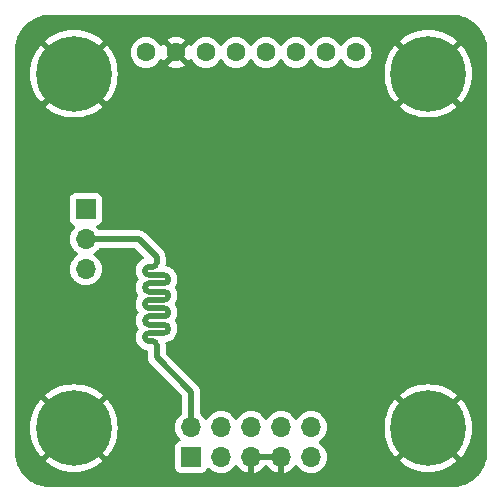
<source format=gbr>
%TF.GenerationSoftware,KiCad,Pcbnew,7.0.7*%
%TF.CreationDate,2024-02-22T12:38:55+00:00*%
%TF.ProjectId,gaugeInterface_rev0,67617567-6549-46e7-9465-72666163655f,rev?*%
%TF.SameCoordinates,Original*%
%TF.FileFunction,Copper,L2,Bot*%
%TF.FilePolarity,Positive*%
%FSLAX46Y46*%
G04 Gerber Fmt 4.6, Leading zero omitted, Abs format (unit mm)*
G04 Created by KiCad (PCBNEW 7.0.7) date 2024-02-22 12:38:55*
%MOMM*%
%LPD*%
G01*
G04 APERTURE LIST*
%TA.AperFunction,ComponentPad*%
%ADD10C,0.800000*%
%TD*%
%TA.AperFunction,ComponentPad*%
%ADD11C,6.400000*%
%TD*%
%TA.AperFunction,ComponentPad*%
%ADD12R,1.700000X1.700000*%
%TD*%
%TA.AperFunction,ComponentPad*%
%ADD13O,1.700000X1.700000*%
%TD*%
%TA.AperFunction,ComponentPad*%
%ADD14C,1.600000*%
%TD*%
%TA.AperFunction,Conductor*%
%ADD15C,0.500000*%
%TD*%
G04 APERTURE END LIST*
D10*
%TO.P,H3,1,1*%
%TO.N,24VDC_GND*%
X32600000Y-35000000D03*
X33302944Y-33302944D03*
X33302944Y-36697056D03*
X35000000Y-32600000D03*
D11*
X35000000Y-35000000D03*
D10*
X35000000Y-37400000D03*
X36697056Y-33302944D03*
X36697056Y-36697056D03*
X37400000Y-35000000D03*
%TD*%
%TO.P,H4,1,1*%
%TO.N,24VDC_GND*%
X2600000Y-35000000D03*
X3302944Y-33302944D03*
X3302944Y-36697056D03*
X5000000Y-32600000D03*
D11*
X5000000Y-35000000D03*
D10*
X5000000Y-37400000D03*
X6697056Y-33302944D03*
X6697056Y-36697056D03*
X7400000Y-35000000D03*
%TD*%
%TO.P,H1,1,1*%
%TO.N,24VDC_GND*%
X2600000Y-5000000D03*
X3302944Y-3302944D03*
X3302944Y-6697056D03*
X5000000Y-2600000D03*
D11*
X5000000Y-5000000D03*
D10*
X5000000Y-7400000D03*
X6697056Y-3302944D03*
X6697056Y-6697056D03*
X7400000Y-5000000D03*
%TD*%
D12*
%TO.P,J2,1,Pin_1*%
%TO.N,gaugeSignal_raw*%
X6000000Y-16475000D03*
D13*
%TO.P,J2,2,Pin_2*%
%TO.N,arduinoSignal*%
X6000000Y-19015000D03*
%TO.P,J2,3,Pin_3*%
%TO.N,gaugeSignal_divided*%
X6000000Y-21555000D03*
%TD*%
D14*
%TO.P,J3,1,Pin_1*%
%TO.N,24VDC_HOT*%
X11110000Y-3200000D03*
%TO.P,J3,2,Pin_2*%
%TO.N,24VDC_GND*%
X13650000Y-3200000D03*
%TO.P,J3,3,Pin_3*%
%TO.N,gaugeSignal_raw*%
X16190000Y-3200000D03*
%TO.P,J3,4,Pin_4*%
%TO.N,arduinoGND*%
X18730000Y-3200000D03*
%TO.P,J3,5,Pin_5*%
%TO.N,unconnected-(J3-Pin_5-Pad5)*%
X21270000Y-3200000D03*
%TO.P,J3,6,Pin_6*%
%TO.N,unconnected-(J3-Pin_6-Pad6)*%
X23810000Y-3200000D03*
%TO.P,J3,7,Pin_7*%
%TO.N,unconnected-(J3-Pin_7-Pad7)*%
X26350000Y-3200000D03*
%TO.P,J3,8,Pin_8*%
%TO.N,unconnected-(J3-Pin_8-Pad8)*%
X28890000Y-3200000D03*
%TD*%
D10*
%TO.P,H2,1,1*%
%TO.N,24VDC_GND*%
X32600000Y-5000000D03*
X33302944Y-3302944D03*
X33302944Y-6697056D03*
X35000000Y-2600000D03*
D11*
X35000000Y-5000000D03*
D10*
X35000000Y-7400000D03*
X36697056Y-3302944D03*
X36697056Y-6697056D03*
X37400000Y-5000000D03*
%TD*%
D12*
%TO.P,J1,1,Pin_1*%
%TO.N,24VDC_HOT*%
X14920000Y-37460000D03*
D13*
%TO.P,J1,2,Pin_2*%
%TO.N,arduinoSignal*%
X14920000Y-34920000D03*
%TO.P,J1,3,Pin_3*%
%TO.N,24VDC_HOT*%
X17460000Y-37460000D03*
%TO.P,J1,4,Pin_4*%
%TO.N,arduinoGND*%
X17460000Y-34920000D03*
%TO.P,J1,5,Pin_5*%
%TO.N,24VDC_GND*%
X20000000Y-37460000D03*
%TO.P,J1,6,Pin_6*%
%TO.N,unconnected-(J1-Pin_6-Pad6)*%
X20000000Y-34920000D03*
%TO.P,J1,7,Pin_7*%
%TO.N,24VDC_GND*%
X22540000Y-37460000D03*
%TO.P,J1,8,Pin_8*%
%TO.N,unconnected-(J1-Pin_8-Pad8)*%
X22540000Y-34920000D03*
%TO.P,J1,9,Pin_9*%
%TO.N,unconnected-(J1-Pin_9-Pad9)*%
X25080000Y-37460000D03*
%TO.P,J1,10,Pin_10*%
%TO.N,unconnected-(J1-Pin_10-Pad10)*%
X25080000Y-34920000D03*
%TD*%
D15*
%TO.N,arduinoSignal*%
X12650000Y-22750000D02*
X12000000Y-22750000D01*
X14920000Y-31920000D02*
X14920000Y-34920000D01*
X12000000Y-22750000D02*
X11350000Y-22750000D01*
X6000000Y-19015000D02*
X10485000Y-19015000D01*
X12000000Y-25550000D02*
X11350000Y-25550000D01*
X12000000Y-28000000D02*
X12000000Y-29000000D01*
X11350000Y-23450000D02*
X12000000Y-23450000D01*
X11650000Y-22050000D02*
X12650000Y-22050000D01*
X12000000Y-24850000D02*
X12650000Y-24850000D01*
X11350000Y-24850000D02*
X12000000Y-24850000D01*
X12000000Y-26950000D02*
X11350000Y-26950000D01*
X12650000Y-25550000D02*
X12000000Y-25550000D01*
X10485000Y-19015000D02*
X12000000Y-20530000D01*
X11350000Y-26250000D02*
X12000000Y-26250000D01*
X12000000Y-23450000D02*
X12650000Y-23450000D01*
X12000000Y-20530000D02*
X12000000Y-21000000D01*
X11650000Y-21350000D02*
X11350000Y-21350000D01*
X12650000Y-24150000D02*
X12000000Y-24150000D01*
X12000000Y-24150000D02*
X11350000Y-24150000D01*
X12000000Y-26250000D02*
X12650000Y-26250000D01*
X12650000Y-26950000D02*
X12000000Y-26950000D01*
X11350000Y-22050000D02*
X11650000Y-22050000D01*
X12000000Y-29000000D02*
X14920000Y-31920000D01*
X11350000Y-27650000D02*
X11650000Y-27650000D01*
X13000000Y-26600000D02*
G75*
G03*
X12650000Y-26250000I-350000J0D01*
G01*
X11000000Y-21700000D02*
G75*
G03*
X11350000Y-22050000I350000J0D01*
G01*
X11000000Y-23100000D02*
G75*
G03*
X11350000Y-23450000I350000J0D01*
G01*
X11650000Y-21350000D02*
G75*
G03*
X12000000Y-21000000I0J350000D01*
G01*
X12650000Y-26950000D02*
G75*
G03*
X13000000Y-26600000I0J350000D01*
G01*
X11350000Y-24150000D02*
G75*
G03*
X11000000Y-24500000I0J-350000D01*
G01*
X11000000Y-25900000D02*
G75*
G03*
X11350000Y-26250000I350000J0D01*
G01*
X11350000Y-21350000D02*
G75*
G03*
X11000000Y-21700000I0J-350000D01*
G01*
X12650000Y-22750000D02*
G75*
G03*
X13000000Y-22400000I0J350000D01*
G01*
X13000000Y-25200000D02*
G75*
G03*
X12650000Y-24850000I-350000J0D01*
G01*
X11350000Y-26950000D02*
G75*
G03*
X11000000Y-27300000I0J-350000D01*
G01*
X11000000Y-24500000D02*
G75*
G03*
X11350000Y-24850000I350000J0D01*
G01*
X13000000Y-22400000D02*
G75*
G03*
X12650000Y-22050000I-350000J0D01*
G01*
X12650000Y-25550000D02*
G75*
G03*
X13000000Y-25200000I0J350000D01*
G01*
X12650000Y-24150000D02*
G75*
G03*
X13000000Y-23800000I0J350000D01*
G01*
X11350000Y-25550000D02*
G75*
G03*
X11000000Y-25900000I0J-350000D01*
G01*
X12000000Y-28000000D02*
G75*
G03*
X11650000Y-27650000I-350000J0D01*
G01*
X13000000Y-23800000D02*
G75*
G03*
X12650000Y-23450000I-350000J0D01*
G01*
X11000000Y-27300000D02*
G75*
G03*
X11350000Y-27650000I350000J0D01*
G01*
X11350000Y-22750000D02*
G75*
G03*
X11000000Y-23100000I0J-350000D01*
G01*
%TD*%
%TA.AperFunction,Conductor*%
%TO.N,24VDC_GND*%
G36*
X21993692Y-37229685D02*
G01*
X22039447Y-37282489D01*
X22049391Y-37351647D01*
X22045631Y-37368933D01*
X22040000Y-37388111D01*
X22040000Y-37531888D01*
X22045631Y-37551067D01*
X22045630Y-37620936D01*
X22007855Y-37679714D01*
X21944299Y-37708738D01*
X21926653Y-37710000D01*
X20613347Y-37710000D01*
X20546308Y-37690315D01*
X20500553Y-37637511D01*
X20490609Y-37568353D01*
X20494369Y-37551067D01*
X20500000Y-37531888D01*
X20500000Y-37388111D01*
X20494369Y-37368933D01*
X20494370Y-37299064D01*
X20532145Y-37240286D01*
X20595701Y-37211262D01*
X20613347Y-37210000D01*
X21926653Y-37210000D01*
X21993692Y-37229685D01*
G37*
%TD.AperFunction*%
%TA.AperFunction,Conductor*%
G36*
X6392586Y-36039033D02*
G01*
X6621915Y-36268362D01*
X6655400Y-36329685D01*
X6650416Y-36399377D01*
X6608544Y-36455310D01*
X6603126Y-36459144D01*
X6516816Y-36516815D01*
X6516815Y-36516816D01*
X6459144Y-36603126D01*
X6405532Y-36647930D01*
X6336207Y-36656637D01*
X6273180Y-36626482D01*
X6268362Y-36621915D01*
X6039033Y-36392586D01*
X6005548Y-36331263D01*
X6010532Y-36261571D01*
X6046180Y-36210617D01*
X6134870Y-36134870D01*
X6210617Y-36046180D01*
X6269121Y-36007990D01*
X6338989Y-36007490D01*
X6392586Y-36039033D01*
G37*
%TD.AperFunction*%
%TA.AperFunction,Conductor*%
G36*
X3738428Y-36010531D02*
G01*
X3789381Y-36046179D01*
X3865130Y-36134870D01*
X3901818Y-36166204D01*
X3953816Y-36210615D01*
X3992009Y-36269122D01*
X3992507Y-36338990D01*
X3960965Y-36392586D01*
X3731636Y-36621915D01*
X3670313Y-36655400D01*
X3600621Y-36650416D01*
X3544688Y-36608544D01*
X3540853Y-36603124D01*
X3531146Y-36588597D01*
X3483184Y-36516816D01*
X3400489Y-36461561D01*
X3400488Y-36461560D01*
X3396873Y-36459145D01*
X3352068Y-36405533D01*
X3343361Y-36336208D01*
X3373515Y-36273180D01*
X3378083Y-36268362D01*
X3607413Y-36039032D01*
X3668736Y-36005547D01*
X3738428Y-36010531D01*
G37*
%TD.AperFunction*%
%TA.AperFunction,Conductor*%
G36*
X6399377Y-33349582D02*
G01*
X6455310Y-33391454D01*
X6459145Y-33396873D01*
X6516816Y-33483184D01*
X6603124Y-33540853D01*
X6647930Y-33594465D01*
X6656637Y-33663790D01*
X6626483Y-33726817D01*
X6621915Y-33731636D01*
X6392586Y-33960965D01*
X6331263Y-33994450D01*
X6261571Y-33989466D01*
X6210615Y-33953816D01*
X6148856Y-33881506D01*
X6134870Y-33865130D01*
X6046179Y-33789381D01*
X6007989Y-33730878D01*
X6007489Y-33661010D01*
X6039032Y-33607413D01*
X6268362Y-33378083D01*
X6329685Y-33344598D01*
X6399377Y-33349582D01*
G37*
%TD.AperFunction*%
%TA.AperFunction,Conductor*%
G36*
X3726818Y-33373516D02*
G01*
X3731637Y-33378084D01*
X3960966Y-33607413D01*
X3994451Y-33668736D01*
X3989467Y-33738428D01*
X3953817Y-33789384D01*
X3865130Y-33865130D01*
X3789384Y-33953817D01*
X3730877Y-33992010D01*
X3661009Y-33992508D01*
X3607413Y-33960966D01*
X3378084Y-33731637D01*
X3344599Y-33670314D01*
X3349583Y-33600622D01*
X3391455Y-33544689D01*
X3396874Y-33540854D01*
X3400487Y-33538439D01*
X3400489Y-33538439D01*
X3483184Y-33483184D01*
X3538439Y-33400489D01*
X3538439Y-33400487D01*
X3540854Y-33396874D01*
X3594466Y-33352069D01*
X3663791Y-33343362D01*
X3726818Y-33373516D01*
G37*
%TD.AperFunction*%
%TA.AperFunction,Conductor*%
G36*
X36392586Y-36039033D02*
G01*
X36621915Y-36268362D01*
X36655400Y-36329685D01*
X36650416Y-36399377D01*
X36608544Y-36455310D01*
X36603126Y-36459144D01*
X36516816Y-36516815D01*
X36516815Y-36516816D01*
X36459144Y-36603126D01*
X36405532Y-36647930D01*
X36336207Y-36656637D01*
X36273180Y-36626482D01*
X36268362Y-36621915D01*
X36039033Y-36392586D01*
X36005548Y-36331263D01*
X36010532Y-36261571D01*
X36046180Y-36210617D01*
X36134870Y-36134870D01*
X36210617Y-36046180D01*
X36269121Y-36007990D01*
X36338989Y-36007490D01*
X36392586Y-36039033D01*
G37*
%TD.AperFunction*%
%TA.AperFunction,Conductor*%
G36*
X33738428Y-36010531D02*
G01*
X33789381Y-36046179D01*
X33865130Y-36134870D01*
X33901818Y-36166204D01*
X33953816Y-36210615D01*
X33992009Y-36269122D01*
X33992507Y-36338990D01*
X33960965Y-36392586D01*
X33731636Y-36621915D01*
X33670313Y-36655400D01*
X33600621Y-36650416D01*
X33544688Y-36608544D01*
X33540853Y-36603124D01*
X33531146Y-36588597D01*
X33483184Y-36516816D01*
X33400489Y-36461561D01*
X33400488Y-36461560D01*
X33396873Y-36459145D01*
X33352068Y-36405533D01*
X33343361Y-36336208D01*
X33373515Y-36273180D01*
X33378083Y-36268362D01*
X33607413Y-36039032D01*
X33668736Y-36005547D01*
X33738428Y-36010531D01*
G37*
%TD.AperFunction*%
%TA.AperFunction,Conductor*%
G36*
X36399377Y-33349582D02*
G01*
X36455310Y-33391454D01*
X36459145Y-33396873D01*
X36516816Y-33483184D01*
X36603124Y-33540853D01*
X36647930Y-33594465D01*
X36656637Y-33663790D01*
X36626483Y-33726817D01*
X36621915Y-33731636D01*
X36392586Y-33960965D01*
X36331263Y-33994450D01*
X36261571Y-33989466D01*
X36210615Y-33953816D01*
X36148856Y-33881506D01*
X36134870Y-33865130D01*
X36046179Y-33789381D01*
X36007989Y-33730878D01*
X36007489Y-33661010D01*
X36039032Y-33607413D01*
X36268362Y-33378083D01*
X36329685Y-33344598D01*
X36399377Y-33349582D01*
G37*
%TD.AperFunction*%
%TA.AperFunction,Conductor*%
G36*
X33726818Y-33373516D02*
G01*
X33731637Y-33378084D01*
X33960966Y-33607413D01*
X33994451Y-33668736D01*
X33989467Y-33738428D01*
X33953817Y-33789384D01*
X33865130Y-33865130D01*
X33789384Y-33953817D01*
X33730877Y-33992010D01*
X33661009Y-33992508D01*
X33607413Y-33960966D01*
X33378084Y-33731637D01*
X33344599Y-33670314D01*
X33349583Y-33600622D01*
X33391455Y-33544689D01*
X33396874Y-33540854D01*
X33400487Y-33538439D01*
X33400489Y-33538439D01*
X33483184Y-33483184D01*
X33538439Y-33400489D01*
X33538439Y-33400487D01*
X33540854Y-33396874D01*
X33594466Y-33352069D01*
X33663791Y-33343362D01*
X33726818Y-33373516D01*
G37*
%TD.AperFunction*%
%TA.AperFunction,Conductor*%
G36*
X6392586Y-6039033D02*
G01*
X6621915Y-6268362D01*
X6655400Y-6329685D01*
X6650416Y-6399377D01*
X6608544Y-6455310D01*
X6603126Y-6459144D01*
X6516816Y-6516815D01*
X6516815Y-6516816D01*
X6459144Y-6603126D01*
X6405532Y-6647930D01*
X6336207Y-6656637D01*
X6273180Y-6626482D01*
X6268362Y-6621915D01*
X6039033Y-6392586D01*
X6005548Y-6331263D01*
X6010532Y-6261571D01*
X6046180Y-6210617D01*
X6134870Y-6134870D01*
X6210617Y-6046180D01*
X6269121Y-6007990D01*
X6338989Y-6007490D01*
X6392586Y-6039033D01*
G37*
%TD.AperFunction*%
%TA.AperFunction,Conductor*%
G36*
X3738428Y-6010531D02*
G01*
X3789381Y-6046179D01*
X3865130Y-6134870D01*
X3928855Y-6189296D01*
X3953816Y-6210615D01*
X3992009Y-6269122D01*
X3992507Y-6338990D01*
X3960965Y-6392586D01*
X3731636Y-6621915D01*
X3670313Y-6655400D01*
X3600621Y-6650416D01*
X3544688Y-6608544D01*
X3540853Y-6603124D01*
X3483184Y-6516816D01*
X3396873Y-6459145D01*
X3352068Y-6405533D01*
X3343361Y-6336208D01*
X3373515Y-6273180D01*
X3378083Y-6268362D01*
X3607413Y-6039032D01*
X3668736Y-6005547D01*
X3738428Y-6010531D01*
G37*
%TD.AperFunction*%
%TA.AperFunction,Conductor*%
G36*
X6399377Y-3349582D02*
G01*
X6455310Y-3391454D01*
X6459145Y-3396873D01*
X6461560Y-3400488D01*
X6461561Y-3400489D01*
X6516816Y-3483184D01*
X6561811Y-3513249D01*
X6603124Y-3540853D01*
X6647930Y-3594465D01*
X6656637Y-3663790D01*
X6626483Y-3726817D01*
X6621915Y-3731636D01*
X6392586Y-3960965D01*
X6331263Y-3994450D01*
X6261571Y-3989466D01*
X6210615Y-3953816D01*
X6186406Y-3925471D01*
X6134870Y-3865130D01*
X6046179Y-3789381D01*
X6007989Y-3730878D01*
X6007489Y-3661010D01*
X6039032Y-3607413D01*
X6268362Y-3378083D01*
X6329685Y-3344598D01*
X6399377Y-3349582D01*
G37*
%TD.AperFunction*%
%TA.AperFunction,Conductor*%
G36*
X3726818Y-3373516D02*
G01*
X3731637Y-3378084D01*
X3960966Y-3607413D01*
X3994451Y-3668736D01*
X3989467Y-3738428D01*
X3953817Y-3789384D01*
X3865130Y-3865130D01*
X3789384Y-3953817D01*
X3730877Y-3992010D01*
X3661009Y-3992508D01*
X3607413Y-3960966D01*
X3378084Y-3731637D01*
X3344599Y-3670314D01*
X3349583Y-3600622D01*
X3391455Y-3544689D01*
X3396874Y-3540854D01*
X3400487Y-3538439D01*
X3400489Y-3538439D01*
X3483184Y-3483184D01*
X3538439Y-3400489D01*
X3538439Y-3400487D01*
X3540854Y-3396874D01*
X3594466Y-3352069D01*
X3663791Y-3343362D01*
X3726818Y-3373516D01*
G37*
%TD.AperFunction*%
%TA.AperFunction,Conductor*%
G36*
X36392586Y-6039033D02*
G01*
X36621915Y-6268362D01*
X36655400Y-6329685D01*
X36650416Y-6399377D01*
X36608544Y-6455310D01*
X36603126Y-6459144D01*
X36516816Y-6516815D01*
X36516815Y-6516816D01*
X36459144Y-6603126D01*
X36405532Y-6647930D01*
X36336207Y-6656637D01*
X36273180Y-6626482D01*
X36268362Y-6621915D01*
X36039033Y-6392586D01*
X36005548Y-6331263D01*
X36010532Y-6261571D01*
X36046180Y-6210617D01*
X36134870Y-6134870D01*
X36210617Y-6046180D01*
X36269121Y-6007990D01*
X36338989Y-6007490D01*
X36392586Y-6039033D01*
G37*
%TD.AperFunction*%
%TA.AperFunction,Conductor*%
G36*
X33738428Y-6010531D02*
G01*
X33789381Y-6046179D01*
X33865130Y-6134870D01*
X33928855Y-6189296D01*
X33953816Y-6210615D01*
X33992009Y-6269122D01*
X33992507Y-6338990D01*
X33960965Y-6392586D01*
X33731636Y-6621915D01*
X33670313Y-6655400D01*
X33600621Y-6650416D01*
X33544688Y-6608544D01*
X33540853Y-6603124D01*
X33483184Y-6516816D01*
X33396873Y-6459145D01*
X33352068Y-6405533D01*
X33343361Y-6336208D01*
X33373515Y-6273180D01*
X33378083Y-6268362D01*
X33607413Y-6039032D01*
X33668736Y-6005547D01*
X33738428Y-6010531D01*
G37*
%TD.AperFunction*%
%TA.AperFunction,Conductor*%
G36*
X36399377Y-3349582D02*
G01*
X36455310Y-3391454D01*
X36459145Y-3396873D01*
X36461560Y-3400488D01*
X36461561Y-3400489D01*
X36516816Y-3483184D01*
X36561811Y-3513249D01*
X36603124Y-3540853D01*
X36647930Y-3594465D01*
X36656637Y-3663790D01*
X36626483Y-3726817D01*
X36621915Y-3731636D01*
X36392586Y-3960965D01*
X36331263Y-3994450D01*
X36261571Y-3989466D01*
X36210615Y-3953816D01*
X36186406Y-3925471D01*
X36134870Y-3865130D01*
X36046179Y-3789381D01*
X36007989Y-3730878D01*
X36007489Y-3661010D01*
X36039032Y-3607413D01*
X36268362Y-3378083D01*
X36329685Y-3344598D01*
X36399377Y-3349582D01*
G37*
%TD.AperFunction*%
%TA.AperFunction,Conductor*%
G36*
X33726818Y-3373516D02*
G01*
X33731637Y-3378084D01*
X33960966Y-3607413D01*
X33994451Y-3668736D01*
X33989467Y-3738428D01*
X33953817Y-3789384D01*
X33865130Y-3865130D01*
X33789384Y-3953817D01*
X33730877Y-3992010D01*
X33661009Y-3992508D01*
X33607413Y-3960966D01*
X33378084Y-3731637D01*
X33344599Y-3670314D01*
X33349583Y-3600622D01*
X33391455Y-3544689D01*
X33396874Y-3540854D01*
X33400487Y-3538439D01*
X33400489Y-3538439D01*
X33483184Y-3483184D01*
X33538439Y-3400489D01*
X33538439Y-3400487D01*
X33540854Y-3396874D01*
X33594466Y-3352069D01*
X33663791Y-3343362D01*
X33726818Y-3373516D01*
G37*
%TD.AperFunction*%
%TA.AperFunction,Conductor*%
G36*
X37001619Y-584D02*
G01*
X37133628Y-7503D01*
X37317027Y-17803D01*
X37323212Y-18465D01*
X37475647Y-42608D01*
X37638194Y-70226D01*
X37643811Y-71453D01*
X37796693Y-112418D01*
X37889122Y-139046D01*
X37951724Y-157082D01*
X37956759Y-158769D01*
X38106183Y-216127D01*
X38254007Y-277358D01*
X38258412Y-279388D01*
X38324180Y-312899D01*
X38401921Y-352511D01*
X38477428Y-394241D01*
X38541480Y-429641D01*
X38545215Y-431882D01*
X38619487Y-480115D01*
X38680872Y-519980D01*
X38768357Y-582053D01*
X38810764Y-612142D01*
X38813886Y-614510D01*
X38938748Y-715621D01*
X38941034Y-717567D01*
X39058721Y-822738D01*
X39061248Y-825128D01*
X39174870Y-938750D01*
X39177260Y-941277D01*
X39282431Y-1058964D01*
X39284385Y-1061260D01*
X39385480Y-1186102D01*
X39387862Y-1189243D01*
X39480019Y-1319127D01*
X39533758Y-1401875D01*
X39568106Y-1454767D01*
X39570364Y-1458531D01*
X39647488Y-1598078D01*
X39720604Y-1741575D01*
X39722643Y-1745997D01*
X39783877Y-1893829D01*
X39841221Y-2043217D01*
X39842916Y-2048273D01*
X39887579Y-2203297D01*
X39928541Y-2356171D01*
X39929778Y-2361835D01*
X39957394Y-2524369D01*
X39981530Y-2676758D01*
X39982196Y-2682985D01*
X39992509Y-2866617D01*
X39999415Y-2998377D01*
X39999500Y-3001623D01*
X39999500Y-36998376D01*
X39999415Y-37001622D01*
X39992509Y-37133382D01*
X39982196Y-37317013D01*
X39981530Y-37323240D01*
X39957394Y-37475630D01*
X39929778Y-37638163D01*
X39928541Y-37643827D01*
X39887579Y-37796702D01*
X39842916Y-37951725D01*
X39841221Y-37956781D01*
X39783877Y-38106170D01*
X39722643Y-38254001D01*
X39720604Y-38258423D01*
X39647488Y-38401921D01*
X39570364Y-38541467D01*
X39568097Y-38545246D01*
X39480019Y-38680872D01*
X39387862Y-38810755D01*
X39385480Y-38813896D01*
X39284385Y-38938738D01*
X39282431Y-38941034D01*
X39177260Y-39058721D01*
X39174870Y-39061248D01*
X39061248Y-39174870D01*
X39058721Y-39177260D01*
X38941034Y-39282431D01*
X38938738Y-39284385D01*
X38813896Y-39385480D01*
X38810755Y-39387862D01*
X38680872Y-39480019D01*
X38545246Y-39568097D01*
X38541467Y-39570364D01*
X38401921Y-39647488D01*
X38258423Y-39720604D01*
X38254001Y-39722643D01*
X38106170Y-39783877D01*
X37956781Y-39841221D01*
X37951725Y-39842916D01*
X37796702Y-39887579D01*
X37643827Y-39928541D01*
X37638163Y-39929778D01*
X37475630Y-39957394D01*
X37323240Y-39981530D01*
X37317013Y-39982196D01*
X37133382Y-39992509D01*
X37001622Y-39999415D01*
X36998376Y-39999500D01*
X3001624Y-39999500D01*
X2998378Y-39999415D01*
X2866617Y-39992509D01*
X2682985Y-39982196D01*
X2676758Y-39981530D01*
X2524369Y-39957394D01*
X2361835Y-39929778D01*
X2356171Y-39928541D01*
X2203297Y-39887579D01*
X2048273Y-39842916D01*
X2043217Y-39841221D01*
X1893829Y-39783877D01*
X1745997Y-39722643D01*
X1741575Y-39720604D01*
X1598078Y-39647488D01*
X1458531Y-39570364D01*
X1454767Y-39568106D01*
X1401875Y-39533758D01*
X1319127Y-39480019D01*
X1189243Y-39387862D01*
X1186102Y-39385480D01*
X1061260Y-39284385D01*
X1058964Y-39282431D01*
X941277Y-39177260D01*
X938750Y-39174870D01*
X825128Y-39061248D01*
X822738Y-39058721D01*
X717567Y-38941034D01*
X715613Y-38938738D01*
X615946Y-38815659D01*
X614510Y-38813886D01*
X612136Y-38810755D01*
X611954Y-38810499D01*
X582053Y-38768357D01*
X519980Y-38680872D01*
X483119Y-38624112D01*
X431882Y-38545215D01*
X429641Y-38541480D01*
X394241Y-38477428D01*
X352511Y-38401921D01*
X312899Y-38324180D01*
X279388Y-38258412D01*
X277358Y-38254007D01*
X216122Y-38106170D01*
X158769Y-37956759D01*
X157082Y-37951724D01*
X112420Y-37796702D01*
X107316Y-37777652D01*
X71453Y-37643811D01*
X70226Y-37638194D01*
X42601Y-37475606D01*
X18465Y-37323212D01*
X17803Y-37317027D01*
X7490Y-37133382D01*
X584Y-37001620D01*
X500Y-36998377D01*
X500Y-35000000D01*
X1294922Y-35000000D01*
X1315219Y-35387287D01*
X1375886Y-35770323D01*
X1375887Y-35770330D01*
X1476262Y-36144936D01*
X1615244Y-36506994D01*
X1791310Y-36852543D01*
X2002531Y-37177793D01*
X2211095Y-37435350D01*
X2211096Y-37435350D01*
X2874250Y-36772195D01*
X2935573Y-36738710D01*
X3005264Y-36743694D01*
X3061198Y-36785565D01*
X3065033Y-36790985D01*
X3122704Y-36877296D01*
X3209012Y-36934965D01*
X3253818Y-36988577D01*
X3262525Y-37057902D01*
X3232371Y-37120929D01*
X3227803Y-37125748D01*
X2564648Y-37788902D01*
X2564649Y-37788904D01*
X2822206Y-37997468D01*
X3147456Y-38208689D01*
X3493005Y-38384755D01*
X3855063Y-38523737D01*
X4229669Y-38624112D01*
X4229676Y-38624113D01*
X4612712Y-38684780D01*
X4999999Y-38705078D01*
X5000001Y-38705078D01*
X5387287Y-38684780D01*
X5770323Y-38624113D01*
X5770330Y-38624112D01*
X6144936Y-38523737D01*
X6506994Y-38384755D01*
X6852543Y-38208689D01*
X7177783Y-37997476D01*
X7177785Y-37997475D01*
X7435349Y-37788902D01*
X6772196Y-37125749D01*
X6738711Y-37064426D01*
X6743695Y-36994734D01*
X6785567Y-36938801D01*
X6790986Y-36934966D01*
X6794599Y-36932551D01*
X6794601Y-36932551D01*
X6877296Y-36877296D01*
X6932551Y-36794601D01*
X6932551Y-36794599D01*
X6934966Y-36790986D01*
X6988578Y-36746181D01*
X7057903Y-36737474D01*
X7120930Y-36767628D01*
X7125749Y-36772196D01*
X7788902Y-37435349D01*
X7997475Y-37177785D01*
X7997476Y-37177783D01*
X8208689Y-36852543D01*
X8384755Y-36506994D01*
X8523737Y-36144936D01*
X8624112Y-35770330D01*
X8624113Y-35770323D01*
X8684780Y-35387287D01*
X8705078Y-35000000D01*
X8705078Y-34999999D01*
X8684780Y-34612712D01*
X8624113Y-34229676D01*
X8624112Y-34229669D01*
X8523737Y-33855063D01*
X8384755Y-33493005D01*
X8208689Y-33147456D01*
X7997468Y-32822206D01*
X7788904Y-32564649D01*
X7788902Y-32564648D01*
X7125748Y-33227803D01*
X7064425Y-33261288D01*
X6994733Y-33256304D01*
X6938800Y-33214432D01*
X6934965Y-33209012D01*
X6877296Y-33122704D01*
X6790985Y-33065033D01*
X6746180Y-33011421D01*
X6737473Y-32942096D01*
X6767627Y-32879068D01*
X6772195Y-32874250D01*
X7435350Y-32211096D01*
X7435350Y-32211095D01*
X7177793Y-32002531D01*
X6852543Y-31791310D01*
X6506994Y-31615244D01*
X6144936Y-31476262D01*
X5770330Y-31375887D01*
X5770323Y-31375886D01*
X5387287Y-31315219D01*
X5000001Y-31294922D01*
X4999999Y-31294922D01*
X4612712Y-31315219D01*
X4229676Y-31375886D01*
X4229669Y-31375887D01*
X3855063Y-31476262D01*
X3493005Y-31615244D01*
X3147456Y-31791310D01*
X2822206Y-32002531D01*
X2564648Y-32211095D01*
X2564648Y-32211096D01*
X3227803Y-32874251D01*
X3261288Y-32935574D01*
X3256304Y-33005266D01*
X3214432Y-33061199D01*
X3209013Y-33065034D01*
X3122704Y-33122704D01*
X3065034Y-33209013D01*
X3011422Y-33253818D01*
X2942097Y-33262525D01*
X2879069Y-33232370D01*
X2874251Y-33227803D01*
X2211096Y-32564648D01*
X2211095Y-32564648D01*
X2002531Y-32822206D01*
X1791310Y-33147456D01*
X1615244Y-33493005D01*
X1476262Y-33855063D01*
X1375887Y-34229669D01*
X1375886Y-34229676D01*
X1315219Y-34612712D01*
X1294922Y-34999999D01*
X1294922Y-35000000D01*
X500Y-35000000D01*
X500Y-21555000D01*
X4644341Y-21555000D01*
X4664936Y-21790403D01*
X4664938Y-21790413D01*
X4726094Y-22018655D01*
X4726096Y-22018659D01*
X4726097Y-22018663D01*
X4770592Y-22114082D01*
X4825965Y-22232830D01*
X4825967Y-22232834D01*
X4896547Y-22333632D01*
X4961505Y-22426401D01*
X5128599Y-22593495D01*
X5225384Y-22661264D01*
X5322165Y-22729032D01*
X5322167Y-22729033D01*
X5322170Y-22729035D01*
X5536337Y-22828903D01*
X5764592Y-22890063D01*
X5952918Y-22906539D01*
X5999999Y-22910659D01*
X6000000Y-22910659D01*
X6000001Y-22910659D01*
X6039234Y-22907226D01*
X6235408Y-22890063D01*
X6463663Y-22828903D01*
X6677830Y-22729035D01*
X6871401Y-22593495D01*
X7038495Y-22426401D01*
X7174035Y-22232830D01*
X7273903Y-22018663D01*
X7335063Y-21790408D01*
X7355659Y-21555000D01*
X7335063Y-21319592D01*
X7275228Y-21096281D01*
X7273905Y-21091344D01*
X7273904Y-21091343D01*
X7273903Y-21091337D01*
X7174035Y-20877171D01*
X7116554Y-20795078D01*
X7038494Y-20683597D01*
X6871402Y-20516506D01*
X6871396Y-20516501D01*
X6685842Y-20386575D01*
X6642217Y-20331998D01*
X6635023Y-20262500D01*
X6666546Y-20200145D01*
X6685842Y-20183425D01*
X6766842Y-20126708D01*
X6871401Y-20053495D01*
X7038495Y-19886401D01*
X7086126Y-19818376D01*
X7140704Y-19774751D01*
X7187701Y-19765500D01*
X10122770Y-19765500D01*
X10189809Y-19785185D01*
X10210451Y-19801819D01*
X10911063Y-20502431D01*
X10944548Y-20563754D01*
X10939564Y-20633446D01*
X10897692Y-20689379D01*
X10885382Y-20697499D01*
X10716369Y-20795078D01*
X10716366Y-20795080D01*
X10568855Y-20918855D01*
X10445080Y-21066366D01*
X10445078Y-21066369D01*
X10348800Y-21233127D01*
X10348797Y-21233134D01*
X10282937Y-21414082D01*
X10249500Y-21603716D01*
X10249500Y-21796283D01*
X10282937Y-21985917D01*
X10348797Y-22166865D01*
X10348800Y-22166872D01*
X10447601Y-22338000D01*
X10464074Y-22405900D01*
X10447601Y-22462000D01*
X10348800Y-22633127D01*
X10348797Y-22633134D01*
X10282937Y-22814082D01*
X10249500Y-23003716D01*
X10249500Y-23196283D01*
X10282937Y-23385917D01*
X10348797Y-23566865D01*
X10348800Y-23566872D01*
X10447601Y-23738000D01*
X10464074Y-23805900D01*
X10447601Y-23862000D01*
X10348800Y-24033127D01*
X10348797Y-24033134D01*
X10282937Y-24214082D01*
X10249500Y-24403716D01*
X10249500Y-24596283D01*
X10282937Y-24785917D01*
X10348797Y-24966865D01*
X10348800Y-24966872D01*
X10447601Y-25138000D01*
X10464074Y-25205900D01*
X10447601Y-25262000D01*
X10348800Y-25433127D01*
X10348797Y-25433134D01*
X10282937Y-25614082D01*
X10249500Y-25803716D01*
X10249500Y-25996283D01*
X10282937Y-26185917D01*
X10348797Y-26366865D01*
X10348800Y-26366872D01*
X10447601Y-26538000D01*
X10464074Y-26605900D01*
X10447601Y-26662000D01*
X10348800Y-26833127D01*
X10348797Y-26833134D01*
X10282937Y-27014082D01*
X10249500Y-27203716D01*
X10249500Y-27396283D01*
X10282937Y-27585917D01*
X10348797Y-27766865D01*
X10348800Y-27766872D01*
X10445078Y-27933630D01*
X10445080Y-27933633D01*
X10568855Y-28081144D01*
X10675475Y-28170608D01*
X10716368Y-28204921D01*
X10883132Y-28301202D01*
X11064082Y-28367062D01*
X11147032Y-28381688D01*
X11209635Y-28412714D01*
X11245525Y-28472661D01*
X11249500Y-28503804D01*
X11249500Y-28936294D01*
X11248191Y-28954263D01*
X11244710Y-28978025D01*
X11249264Y-29030064D01*
X11249500Y-29035470D01*
X11249500Y-29043709D01*
X11253306Y-29076274D01*
X11260000Y-29152791D01*
X11261461Y-29159867D01*
X11261403Y-29159878D01*
X11263034Y-29167237D01*
X11263092Y-29167224D01*
X11264757Y-29174250D01*
X11291025Y-29246424D01*
X11315185Y-29319331D01*
X11318236Y-29325874D01*
X11318182Y-29325898D01*
X11321470Y-29332688D01*
X11321521Y-29332663D01*
X11324761Y-29339113D01*
X11324762Y-29339114D01*
X11324763Y-29339117D01*
X11366965Y-29403283D01*
X11407287Y-29468655D01*
X11411766Y-29474319D01*
X11411719Y-29474356D01*
X11416482Y-29480202D01*
X11416528Y-29480164D01*
X11421173Y-29485700D01*
X11477018Y-29538386D01*
X14133181Y-32194548D01*
X14166666Y-32255871D01*
X14169500Y-32282229D01*
X14169500Y-33732298D01*
X14149815Y-33799337D01*
X14116625Y-33833872D01*
X14048595Y-33881507D01*
X13881505Y-34048597D01*
X13745965Y-34242169D01*
X13745964Y-34242171D01*
X13646098Y-34456335D01*
X13646094Y-34456344D01*
X13584938Y-34684586D01*
X13584936Y-34684596D01*
X13564341Y-34919999D01*
X13564341Y-34920000D01*
X13584936Y-35155403D01*
X13584938Y-35155413D01*
X13646094Y-35383655D01*
X13646096Y-35383659D01*
X13646097Y-35383663D01*
X13647787Y-35387287D01*
X13745965Y-35597830D01*
X13745967Y-35597834D01*
X13837553Y-35728631D01*
X13881501Y-35791396D01*
X13881506Y-35791402D01*
X14003430Y-35913326D01*
X14036915Y-35974649D01*
X14031931Y-36044341D01*
X13990059Y-36100274D01*
X13959083Y-36117189D01*
X13827669Y-36166203D01*
X13827664Y-36166206D01*
X13712455Y-36252452D01*
X13712452Y-36252455D01*
X13626206Y-36367664D01*
X13626202Y-36367671D01*
X13575908Y-36502517D01*
X13569501Y-36562116D01*
X13569500Y-36562135D01*
X13569500Y-38357870D01*
X13569501Y-38357876D01*
X13575908Y-38417483D01*
X13626202Y-38552328D01*
X13626206Y-38552335D01*
X13712452Y-38667544D01*
X13712455Y-38667547D01*
X13827664Y-38753793D01*
X13827671Y-38753797D01*
X13962517Y-38804091D01*
X13962516Y-38804091D01*
X13969444Y-38804835D01*
X14022127Y-38810500D01*
X15817872Y-38810499D01*
X15877483Y-38804091D01*
X16012331Y-38753796D01*
X16127546Y-38667546D01*
X16213796Y-38552331D01*
X16262810Y-38420916D01*
X16304681Y-38364984D01*
X16370145Y-38340566D01*
X16438418Y-38355417D01*
X16466673Y-38376569D01*
X16588599Y-38498495D01*
X16685384Y-38566264D01*
X16782165Y-38634032D01*
X16782167Y-38634033D01*
X16782170Y-38634035D01*
X16996337Y-38733903D01*
X17224592Y-38795063D01*
X17401034Y-38810500D01*
X17459999Y-38815659D01*
X17460000Y-38815659D01*
X17460001Y-38815659D01*
X17499234Y-38812226D01*
X17695408Y-38795063D01*
X17923663Y-38733903D01*
X18137830Y-38634035D01*
X18331401Y-38498495D01*
X18498495Y-38331401D01*
X18628730Y-38145405D01*
X18683307Y-38101781D01*
X18752805Y-38094587D01*
X18815160Y-38126110D01*
X18831879Y-38145405D01*
X18961890Y-38331078D01*
X19128917Y-38498105D01*
X19322421Y-38633600D01*
X19536507Y-38733429D01*
X19536516Y-38733433D01*
X19750000Y-38790634D01*
X19750000Y-38072301D01*
X19769685Y-38005262D01*
X19822489Y-37959507D01*
X19891647Y-37949563D01*
X19964237Y-37960000D01*
X19964238Y-37960000D01*
X20035762Y-37960000D01*
X20035763Y-37960000D01*
X20108353Y-37949563D01*
X20177512Y-37959507D01*
X20230315Y-38005262D01*
X20250000Y-38072301D01*
X20250000Y-38790633D01*
X20463483Y-38733433D01*
X20463492Y-38733429D01*
X20677578Y-38633600D01*
X20871082Y-38498105D01*
X21038105Y-38331082D01*
X21168425Y-38144968D01*
X21223002Y-38101344D01*
X21292501Y-38094151D01*
X21354855Y-38125673D01*
X21371575Y-38144968D01*
X21501894Y-38331082D01*
X21668917Y-38498105D01*
X21862421Y-38633600D01*
X22076507Y-38733429D01*
X22076516Y-38733433D01*
X22290000Y-38790634D01*
X22290000Y-38072301D01*
X22309685Y-38005262D01*
X22362489Y-37959507D01*
X22431647Y-37949563D01*
X22504237Y-37960000D01*
X22504238Y-37960000D01*
X22575762Y-37960000D01*
X22575763Y-37960000D01*
X22648353Y-37949563D01*
X22717512Y-37959507D01*
X22770315Y-38005262D01*
X22790000Y-38072301D01*
X22790000Y-38790633D01*
X23003483Y-38733433D01*
X23003492Y-38733429D01*
X23217578Y-38633600D01*
X23411082Y-38498105D01*
X23578105Y-38331082D01*
X23708119Y-38145405D01*
X23762696Y-38101781D01*
X23832195Y-38094588D01*
X23894549Y-38126110D01*
X23911269Y-38145405D01*
X24041505Y-38331401D01*
X24208599Y-38498495D01*
X24305384Y-38566264D01*
X24402165Y-38634032D01*
X24402167Y-38634033D01*
X24402170Y-38634035D01*
X24616337Y-38733903D01*
X24844592Y-38795063D01*
X25021034Y-38810500D01*
X25079999Y-38815659D01*
X25080000Y-38815659D01*
X25080001Y-38815659D01*
X25119234Y-38812226D01*
X25315408Y-38795063D01*
X25543663Y-38733903D01*
X25757830Y-38634035D01*
X25951401Y-38498495D01*
X26118495Y-38331401D01*
X26254035Y-38137830D01*
X26353903Y-37923663D01*
X26415063Y-37695408D01*
X26435659Y-37460000D01*
X26415063Y-37224592D01*
X26355319Y-37001622D01*
X26353905Y-36996344D01*
X26353904Y-36996343D01*
X26353903Y-36996337D01*
X26254035Y-36782171D01*
X26248731Y-36774595D01*
X26118494Y-36588597D01*
X25951402Y-36421506D01*
X25951396Y-36421501D01*
X25765842Y-36291575D01*
X25722217Y-36236998D01*
X25715023Y-36167500D01*
X25746546Y-36105145D01*
X25765842Y-36088425D01*
X25878054Y-36009853D01*
X25951401Y-35958495D01*
X26118495Y-35791401D01*
X26254035Y-35597830D01*
X26353903Y-35383663D01*
X26415063Y-35155408D01*
X26428660Y-35000000D01*
X31294922Y-35000000D01*
X31315219Y-35387287D01*
X31375886Y-35770323D01*
X31375887Y-35770330D01*
X31476262Y-36144936D01*
X31615244Y-36506994D01*
X31791310Y-36852543D01*
X32002531Y-37177793D01*
X32211095Y-37435350D01*
X32211096Y-37435350D01*
X32874250Y-36772195D01*
X32935573Y-36738710D01*
X33005264Y-36743694D01*
X33061198Y-36785565D01*
X33065033Y-36790985D01*
X33122704Y-36877296D01*
X33209012Y-36934965D01*
X33253818Y-36988577D01*
X33262525Y-37057902D01*
X33232371Y-37120929D01*
X33227803Y-37125748D01*
X32564648Y-37788902D01*
X32564649Y-37788904D01*
X32822206Y-37997468D01*
X33147456Y-38208689D01*
X33493005Y-38384755D01*
X33855063Y-38523737D01*
X34229669Y-38624112D01*
X34229676Y-38624113D01*
X34612712Y-38684780D01*
X34999999Y-38705078D01*
X35000001Y-38705078D01*
X35387287Y-38684780D01*
X35770323Y-38624113D01*
X35770330Y-38624112D01*
X36144936Y-38523737D01*
X36506994Y-38384755D01*
X36852543Y-38208689D01*
X37177783Y-37997476D01*
X37177785Y-37997475D01*
X37435349Y-37788902D01*
X36772196Y-37125749D01*
X36738711Y-37064426D01*
X36743695Y-36994734D01*
X36785567Y-36938801D01*
X36790986Y-36934966D01*
X36794599Y-36932551D01*
X36794601Y-36932551D01*
X36877296Y-36877296D01*
X36932551Y-36794601D01*
X36932551Y-36794599D01*
X36934966Y-36790986D01*
X36988578Y-36746181D01*
X37057903Y-36737474D01*
X37120930Y-36767628D01*
X37125749Y-36772196D01*
X37788902Y-37435349D01*
X37997475Y-37177785D01*
X37997476Y-37177783D01*
X38208689Y-36852543D01*
X38384755Y-36506994D01*
X38523737Y-36144936D01*
X38624112Y-35770330D01*
X38624113Y-35770323D01*
X38684780Y-35387287D01*
X38705078Y-35000000D01*
X38705078Y-34999999D01*
X38684780Y-34612712D01*
X38624113Y-34229676D01*
X38624112Y-34229669D01*
X38523737Y-33855063D01*
X38384755Y-33493005D01*
X38208689Y-33147456D01*
X37997468Y-32822206D01*
X37788904Y-32564649D01*
X37788902Y-32564648D01*
X37125748Y-33227803D01*
X37064425Y-33261288D01*
X36994733Y-33256304D01*
X36938800Y-33214432D01*
X36934965Y-33209012D01*
X36877296Y-33122704D01*
X36790985Y-33065033D01*
X36746180Y-33011421D01*
X36737473Y-32942096D01*
X36767627Y-32879068D01*
X36772195Y-32874250D01*
X37435350Y-32211096D01*
X37435350Y-32211095D01*
X37177793Y-32002531D01*
X36852543Y-31791310D01*
X36506994Y-31615244D01*
X36144936Y-31476262D01*
X35770330Y-31375887D01*
X35770323Y-31375886D01*
X35387287Y-31315219D01*
X35000001Y-31294922D01*
X34999999Y-31294922D01*
X34612712Y-31315219D01*
X34229676Y-31375886D01*
X34229669Y-31375887D01*
X33855063Y-31476262D01*
X33493005Y-31615244D01*
X33147456Y-31791310D01*
X32822206Y-32002531D01*
X32564648Y-32211095D01*
X32564648Y-32211096D01*
X33227803Y-32874251D01*
X33261288Y-32935574D01*
X33256304Y-33005266D01*
X33214432Y-33061199D01*
X33209013Y-33065034D01*
X33122704Y-33122704D01*
X33065034Y-33209013D01*
X33011422Y-33253818D01*
X32942097Y-33262525D01*
X32879069Y-33232370D01*
X32874251Y-33227803D01*
X32211096Y-32564648D01*
X32211095Y-32564648D01*
X32002531Y-32822206D01*
X31791310Y-33147456D01*
X31615244Y-33493005D01*
X31476262Y-33855063D01*
X31375887Y-34229669D01*
X31375886Y-34229676D01*
X31315219Y-34612712D01*
X31294922Y-34999999D01*
X31294922Y-35000000D01*
X26428660Y-35000000D01*
X26435659Y-34920000D01*
X26415063Y-34684592D01*
X26353903Y-34456337D01*
X26254035Y-34242171D01*
X26248425Y-34234158D01*
X26118494Y-34048597D01*
X25951402Y-33881506D01*
X25951395Y-33881501D01*
X25928016Y-33865131D01*
X25883374Y-33833872D01*
X25757834Y-33745967D01*
X25757830Y-33745965D01*
X25728521Y-33732298D01*
X25543663Y-33646097D01*
X25543659Y-33646096D01*
X25543655Y-33646094D01*
X25315413Y-33584938D01*
X25315403Y-33584936D01*
X25080001Y-33564341D01*
X25079999Y-33564341D01*
X24844596Y-33584936D01*
X24844586Y-33584938D01*
X24616344Y-33646094D01*
X24616335Y-33646098D01*
X24402171Y-33745964D01*
X24402169Y-33745965D01*
X24208597Y-33881505D01*
X24041505Y-34048597D01*
X23911575Y-34234158D01*
X23856998Y-34277783D01*
X23787500Y-34284977D01*
X23725145Y-34253454D01*
X23708425Y-34234158D01*
X23578494Y-34048597D01*
X23411402Y-33881506D01*
X23411395Y-33881501D01*
X23388016Y-33865131D01*
X23343374Y-33833872D01*
X23217834Y-33745967D01*
X23217830Y-33745965D01*
X23188521Y-33732298D01*
X23003663Y-33646097D01*
X23003659Y-33646096D01*
X23003655Y-33646094D01*
X22775413Y-33584938D01*
X22775403Y-33584936D01*
X22540001Y-33564341D01*
X22539999Y-33564341D01*
X22304596Y-33584936D01*
X22304586Y-33584938D01*
X22076344Y-33646094D01*
X22076335Y-33646098D01*
X21862171Y-33745964D01*
X21862169Y-33745965D01*
X21668597Y-33881505D01*
X21501505Y-34048597D01*
X21371575Y-34234158D01*
X21316998Y-34277783D01*
X21247500Y-34284977D01*
X21185145Y-34253454D01*
X21168425Y-34234158D01*
X21038494Y-34048597D01*
X20871402Y-33881506D01*
X20871395Y-33881501D01*
X20848016Y-33865131D01*
X20803374Y-33833872D01*
X20677834Y-33745967D01*
X20677830Y-33745965D01*
X20648521Y-33732298D01*
X20463663Y-33646097D01*
X20463659Y-33646096D01*
X20463655Y-33646094D01*
X20235413Y-33584938D01*
X20235403Y-33584936D01*
X20000001Y-33564341D01*
X19999999Y-33564341D01*
X19764596Y-33584936D01*
X19764586Y-33584938D01*
X19536344Y-33646094D01*
X19536335Y-33646098D01*
X19322171Y-33745964D01*
X19322169Y-33745965D01*
X19128597Y-33881505D01*
X18961505Y-34048597D01*
X18831575Y-34234158D01*
X18776998Y-34277783D01*
X18707500Y-34284977D01*
X18645145Y-34253454D01*
X18628425Y-34234158D01*
X18498494Y-34048597D01*
X18331402Y-33881506D01*
X18331395Y-33881501D01*
X18308016Y-33865131D01*
X18263374Y-33833872D01*
X18137834Y-33745967D01*
X18137830Y-33745965D01*
X18108521Y-33732298D01*
X17923663Y-33646097D01*
X17923659Y-33646096D01*
X17923655Y-33646094D01*
X17695413Y-33584938D01*
X17695403Y-33584936D01*
X17460001Y-33564341D01*
X17459999Y-33564341D01*
X17224596Y-33584936D01*
X17224586Y-33584938D01*
X16996344Y-33646094D01*
X16996335Y-33646098D01*
X16782171Y-33745964D01*
X16782169Y-33745965D01*
X16588597Y-33881505D01*
X16421505Y-34048597D01*
X16291575Y-34234158D01*
X16236998Y-34277783D01*
X16167500Y-34284977D01*
X16105145Y-34253454D01*
X16088425Y-34234158D01*
X15958494Y-34048597D01*
X15791404Y-33881507D01*
X15723375Y-33833872D01*
X15679751Y-33779294D01*
X15670500Y-33732298D01*
X15670500Y-31983705D01*
X15671809Y-31965735D01*
X15672129Y-31963547D01*
X15675289Y-31941977D01*
X15670735Y-31889931D01*
X15670500Y-31884528D01*
X15670500Y-31876297D01*
X15670500Y-31876291D01*
X15666693Y-31843724D01*
X15659999Y-31767203D01*
X15659999Y-31767201D01*
X15658539Y-31760129D01*
X15658597Y-31760116D01*
X15656965Y-31752757D01*
X15656906Y-31752772D01*
X15655242Y-31745753D01*
X15655241Y-31745745D01*
X15628974Y-31673576D01*
X15604814Y-31600666D01*
X15604809Y-31600659D01*
X15601760Y-31594118D01*
X15601815Y-31594091D01*
X15598533Y-31587313D01*
X15598480Y-31587340D01*
X15595235Y-31580880D01*
X15553028Y-31516708D01*
X15512710Y-31451342D01*
X15508234Y-31445682D01*
X15508281Y-31445644D01*
X15503519Y-31439799D01*
X15503474Y-31439838D01*
X15498834Y-31434308D01*
X15442964Y-31381596D01*
X12786819Y-28725451D01*
X12753334Y-28664128D01*
X12750500Y-28637770D01*
X12750500Y-27903721D01*
X12750500Y-27903719D01*
X12737152Y-27828020D01*
X12744896Y-27758584D01*
X12788952Y-27704355D01*
X12837736Y-27684374D01*
X12935918Y-27667062D01*
X13116868Y-27601202D01*
X13283632Y-27504921D01*
X13431144Y-27381144D01*
X13554921Y-27233632D01*
X13651202Y-27066868D01*
X13717062Y-26885918D01*
X13750500Y-26696281D01*
X13750500Y-26600000D01*
X13750500Y-26521119D01*
X13750500Y-26503719D01*
X13717062Y-26314082D01*
X13651202Y-26133132D01*
X13554921Y-25966368D01*
X13554920Y-25966367D01*
X13552399Y-25962000D01*
X13535926Y-25894100D01*
X13552399Y-25838000D01*
X13572193Y-25803716D01*
X13651202Y-25666868D01*
X13717062Y-25485918D01*
X13750500Y-25296281D01*
X13750500Y-25200000D01*
X13750500Y-25121119D01*
X13750500Y-25103719D01*
X13717062Y-24914082D01*
X13651202Y-24733132D01*
X13554921Y-24566368D01*
X13554920Y-24566367D01*
X13552399Y-24562000D01*
X13535926Y-24494100D01*
X13552399Y-24438000D01*
X13572193Y-24403716D01*
X13651202Y-24266868D01*
X13717062Y-24085918D01*
X13750500Y-23896281D01*
X13750500Y-23800000D01*
X13750500Y-23721119D01*
X13750500Y-23703719D01*
X13717062Y-23514082D01*
X13651202Y-23333132D01*
X13554921Y-23166368D01*
X13554920Y-23166367D01*
X13552399Y-23162000D01*
X13535926Y-23094100D01*
X13552399Y-23038000D01*
X13637810Y-22890063D01*
X13651202Y-22866868D01*
X13717062Y-22685918D01*
X13750500Y-22496281D01*
X13750500Y-22400000D01*
X13750500Y-22321119D01*
X13750500Y-22303719D01*
X13717062Y-22114082D01*
X13651202Y-21933132D01*
X13554921Y-21766368D01*
X13499232Y-21700000D01*
X13431144Y-21618855D01*
X13283633Y-21495080D01*
X13283632Y-21495079D01*
X13143341Y-21414082D01*
X13116872Y-21398800D01*
X13116869Y-21398799D01*
X13116868Y-21398798D01*
X12935918Y-21332938D01*
X12837735Y-21315625D01*
X12775132Y-21284598D01*
X12739242Y-21224651D01*
X12737152Y-21171980D01*
X12750500Y-21096281D01*
X12750500Y-21000000D01*
X12750500Y-20921119D01*
X12750500Y-20593704D01*
X12751809Y-20575736D01*
X12755289Y-20551974D01*
X12752138Y-20515970D01*
X12750735Y-20499931D01*
X12750500Y-20494528D01*
X12750500Y-20486297D01*
X12750500Y-20486291D01*
X12746693Y-20453724D01*
X12739999Y-20377203D01*
X12739999Y-20377201D01*
X12738539Y-20370129D01*
X12738597Y-20370116D01*
X12736965Y-20362757D01*
X12736906Y-20362772D01*
X12735242Y-20355753D01*
X12735241Y-20355745D01*
X12708974Y-20283576D01*
X12684814Y-20210666D01*
X12684809Y-20210659D01*
X12681760Y-20204118D01*
X12681815Y-20204091D01*
X12678533Y-20197313D01*
X12678480Y-20197340D01*
X12675235Y-20190880D01*
X12633028Y-20126708D01*
X12592710Y-20061342D01*
X12588234Y-20055682D01*
X12588281Y-20055644D01*
X12583519Y-20049799D01*
X12583474Y-20049838D01*
X12578834Y-20044309D01*
X12578832Y-20044307D01*
X12578830Y-20044304D01*
X12548061Y-20015275D01*
X12522965Y-19991597D01*
X11060729Y-18529361D01*
X11048949Y-18515730D01*
X11041482Y-18505701D01*
X11034612Y-18496472D01*
X11034610Y-18496470D01*
X10994587Y-18462886D01*
X10990612Y-18459244D01*
X10987690Y-18456322D01*
X10984780Y-18453411D01*
X10959040Y-18433059D01*
X10900209Y-18383694D01*
X10894180Y-18379729D01*
X10894212Y-18379680D01*
X10887853Y-18375628D01*
X10887822Y-18375679D01*
X10881680Y-18371891D01*
X10881678Y-18371890D01*
X10881677Y-18371889D01*
X10842474Y-18353608D01*
X10812058Y-18339424D01*
X10777894Y-18322267D01*
X10743433Y-18304960D01*
X10743431Y-18304959D01*
X10743430Y-18304959D01*
X10736645Y-18302489D01*
X10736665Y-18302433D01*
X10729549Y-18299959D01*
X10729531Y-18300015D01*
X10722671Y-18297742D01*
X10694841Y-18291996D01*
X10647434Y-18282207D01*
X10598472Y-18270603D01*
X10572719Y-18264499D01*
X10565547Y-18263661D01*
X10565553Y-18263601D01*
X10558055Y-18262835D01*
X10558050Y-18262895D01*
X10550860Y-18262265D01*
X10474083Y-18264500D01*
X7187701Y-18264500D01*
X7120662Y-18244815D01*
X7086126Y-18211623D01*
X7038496Y-18143600D01*
X7038495Y-18143599D01*
X6916567Y-18021671D01*
X6883084Y-17960351D01*
X6888068Y-17890659D01*
X6929939Y-17834725D01*
X6960915Y-17817810D01*
X7092331Y-17768796D01*
X7207546Y-17682546D01*
X7293796Y-17567331D01*
X7344091Y-17432483D01*
X7350500Y-17372873D01*
X7350499Y-15577128D01*
X7344091Y-15517517D01*
X7293796Y-15382669D01*
X7293795Y-15382668D01*
X7293793Y-15382664D01*
X7207547Y-15267455D01*
X7207544Y-15267452D01*
X7092335Y-15181206D01*
X7092328Y-15181202D01*
X6957482Y-15130908D01*
X6957483Y-15130908D01*
X6897883Y-15124501D01*
X6897881Y-15124500D01*
X6897873Y-15124500D01*
X6897864Y-15124500D01*
X5102129Y-15124500D01*
X5102123Y-15124501D01*
X5042516Y-15130908D01*
X4907671Y-15181202D01*
X4907664Y-15181206D01*
X4792455Y-15267452D01*
X4792452Y-15267455D01*
X4706206Y-15382664D01*
X4706202Y-15382671D01*
X4655908Y-15517517D01*
X4649501Y-15577116D01*
X4649501Y-15577123D01*
X4649500Y-15577135D01*
X4649500Y-17372870D01*
X4649501Y-17372876D01*
X4655908Y-17432483D01*
X4706202Y-17567328D01*
X4706206Y-17567335D01*
X4792452Y-17682544D01*
X4792455Y-17682547D01*
X4907664Y-17768793D01*
X4907671Y-17768797D01*
X5039081Y-17817810D01*
X5095015Y-17859681D01*
X5119432Y-17925145D01*
X5104580Y-17993418D01*
X5083430Y-18021673D01*
X4961503Y-18143600D01*
X4825965Y-18337169D01*
X4825964Y-18337171D01*
X4726098Y-18551335D01*
X4726094Y-18551344D01*
X4664938Y-18779586D01*
X4664936Y-18779596D01*
X4644341Y-19014999D01*
X4644341Y-19015000D01*
X4664936Y-19250403D01*
X4664938Y-19250413D01*
X4726094Y-19478655D01*
X4726096Y-19478659D01*
X4726097Y-19478663D01*
X4825965Y-19692829D01*
X4825965Y-19692830D01*
X4825967Y-19692834D01*
X4961501Y-19886395D01*
X4961506Y-19886402D01*
X5128597Y-20053493D01*
X5128603Y-20053498D01*
X5314158Y-20183425D01*
X5357783Y-20238002D01*
X5364977Y-20307500D01*
X5333454Y-20369855D01*
X5314158Y-20386575D01*
X5128597Y-20516505D01*
X4961505Y-20683597D01*
X4825965Y-20877169D01*
X4825964Y-20877171D01*
X4726098Y-21091335D01*
X4726094Y-21091344D01*
X4664938Y-21319586D01*
X4664936Y-21319596D01*
X4644341Y-21554999D01*
X4644341Y-21555000D01*
X500Y-21555000D01*
X500Y-5000000D01*
X1294922Y-5000000D01*
X1315219Y-5387287D01*
X1375886Y-5770323D01*
X1375887Y-5770330D01*
X1476262Y-6144936D01*
X1615244Y-6506994D01*
X1791310Y-6852543D01*
X2002531Y-7177793D01*
X2211095Y-7435350D01*
X2211096Y-7435350D01*
X2874250Y-6772195D01*
X2935573Y-6738710D01*
X3005264Y-6743694D01*
X3061198Y-6785565D01*
X3065033Y-6790985D01*
X3122704Y-6877296D01*
X3209012Y-6934965D01*
X3253818Y-6988577D01*
X3262525Y-7057902D01*
X3232371Y-7120929D01*
X3227803Y-7125748D01*
X2564648Y-7788902D01*
X2564649Y-7788904D01*
X2822206Y-7997468D01*
X3147456Y-8208689D01*
X3493005Y-8384755D01*
X3855063Y-8523737D01*
X4229669Y-8624112D01*
X4229676Y-8624113D01*
X4612712Y-8684780D01*
X4999999Y-8705078D01*
X5000001Y-8705078D01*
X5387287Y-8684780D01*
X5770323Y-8624113D01*
X5770330Y-8624112D01*
X6144936Y-8523737D01*
X6506994Y-8384755D01*
X6852543Y-8208689D01*
X7177783Y-7997476D01*
X7177785Y-7997475D01*
X7435349Y-7788902D01*
X6772196Y-7125749D01*
X6738711Y-7064426D01*
X6743695Y-6994734D01*
X6785567Y-6938801D01*
X6790986Y-6934966D01*
X6794599Y-6932551D01*
X6794601Y-6932551D01*
X6877296Y-6877296D01*
X6932551Y-6794601D01*
X6932551Y-6794599D01*
X6934966Y-6790986D01*
X6988578Y-6746181D01*
X7057903Y-6737474D01*
X7120930Y-6767628D01*
X7125749Y-6772196D01*
X7788902Y-7435349D01*
X7997475Y-7177785D01*
X7997476Y-7177783D01*
X8208689Y-6852543D01*
X8384755Y-6506994D01*
X8523737Y-6144936D01*
X8624112Y-5770330D01*
X8624113Y-5770323D01*
X8684780Y-5387287D01*
X8705078Y-5000000D01*
X31294922Y-5000000D01*
X31315219Y-5387287D01*
X31375886Y-5770323D01*
X31375887Y-5770330D01*
X31476262Y-6144936D01*
X31615244Y-6506994D01*
X31791310Y-6852543D01*
X32002531Y-7177793D01*
X32211095Y-7435350D01*
X32211096Y-7435350D01*
X32874250Y-6772195D01*
X32935573Y-6738710D01*
X33005264Y-6743694D01*
X33061198Y-6785565D01*
X33065033Y-6790985D01*
X33122704Y-6877296D01*
X33209012Y-6934965D01*
X33253818Y-6988577D01*
X33262525Y-7057902D01*
X33232371Y-7120929D01*
X33227803Y-7125748D01*
X32564648Y-7788902D01*
X32564649Y-7788904D01*
X32822206Y-7997468D01*
X33147456Y-8208689D01*
X33493005Y-8384755D01*
X33855063Y-8523737D01*
X34229669Y-8624112D01*
X34229676Y-8624113D01*
X34612712Y-8684780D01*
X34999999Y-8705078D01*
X35000001Y-8705078D01*
X35387287Y-8684780D01*
X35770323Y-8624113D01*
X35770330Y-8624112D01*
X36144936Y-8523737D01*
X36506994Y-8384755D01*
X36852543Y-8208689D01*
X37177783Y-7997476D01*
X37177785Y-7997475D01*
X37435349Y-7788902D01*
X36772196Y-7125749D01*
X36738711Y-7064426D01*
X36743695Y-6994734D01*
X36785567Y-6938801D01*
X36790986Y-6934966D01*
X36794599Y-6932551D01*
X36794601Y-6932551D01*
X36877296Y-6877296D01*
X36932551Y-6794601D01*
X36932551Y-6794599D01*
X36934966Y-6790986D01*
X36988578Y-6746181D01*
X37057903Y-6737474D01*
X37120930Y-6767628D01*
X37125749Y-6772196D01*
X37788902Y-7435349D01*
X37997475Y-7177785D01*
X37997476Y-7177783D01*
X38208689Y-6852543D01*
X38384755Y-6506994D01*
X38523737Y-6144936D01*
X38624112Y-5770330D01*
X38624113Y-5770323D01*
X38684780Y-5387287D01*
X38705078Y-5000000D01*
X38705078Y-4999999D01*
X38684780Y-4612712D01*
X38624113Y-4229676D01*
X38624112Y-4229669D01*
X38523737Y-3855063D01*
X38384755Y-3493005D01*
X38208689Y-3147456D01*
X37997468Y-2822206D01*
X37788904Y-2564649D01*
X37788902Y-2564648D01*
X37125748Y-3227803D01*
X37064425Y-3261288D01*
X36994733Y-3256304D01*
X36938800Y-3214432D01*
X36934965Y-3209012D01*
X36928943Y-3200000D01*
X36877296Y-3122704D01*
X36794601Y-3067449D01*
X36794600Y-3067448D01*
X36790985Y-3065033D01*
X36746180Y-3011421D01*
X36737473Y-2942096D01*
X36767627Y-2879068D01*
X36772195Y-2874250D01*
X37435350Y-2211096D01*
X37435350Y-2211095D01*
X37177793Y-2002531D01*
X36852543Y-1791310D01*
X36506994Y-1615244D01*
X36144936Y-1476262D01*
X35770330Y-1375887D01*
X35770323Y-1375886D01*
X35387287Y-1315219D01*
X35000001Y-1294922D01*
X34999999Y-1294922D01*
X34612712Y-1315219D01*
X34229676Y-1375886D01*
X34229669Y-1375887D01*
X33855063Y-1476262D01*
X33493005Y-1615244D01*
X33147456Y-1791310D01*
X32822206Y-2002531D01*
X32564648Y-2211095D01*
X32564648Y-2211096D01*
X33227803Y-2874251D01*
X33261288Y-2935574D01*
X33256304Y-3005266D01*
X33214432Y-3061199D01*
X33209013Y-3065034D01*
X33122704Y-3122704D01*
X33065034Y-3209013D01*
X33011422Y-3253818D01*
X32942097Y-3262525D01*
X32879069Y-3232370D01*
X32874251Y-3227803D01*
X32211096Y-2564648D01*
X32211095Y-2564648D01*
X32002531Y-2822206D01*
X31791310Y-3147456D01*
X31615244Y-3493005D01*
X31476262Y-3855063D01*
X31375887Y-4229669D01*
X31375886Y-4229676D01*
X31315219Y-4612712D01*
X31294922Y-4999999D01*
X31294922Y-5000000D01*
X8705078Y-5000000D01*
X8705078Y-4999999D01*
X8684780Y-4612712D01*
X8624113Y-4229676D01*
X8624112Y-4229669D01*
X8523737Y-3855063D01*
X8384755Y-3493005D01*
X8235462Y-3200001D01*
X9804532Y-3200001D01*
X9824364Y-3426686D01*
X9824366Y-3426697D01*
X9883258Y-3646488D01*
X9883261Y-3646497D01*
X9979431Y-3852732D01*
X9979432Y-3852734D01*
X10109954Y-4039141D01*
X10270858Y-4200045D01*
X10270861Y-4200047D01*
X10457266Y-4330568D01*
X10663504Y-4426739D01*
X10883308Y-4485635D01*
X11045230Y-4499801D01*
X11109998Y-4505468D01*
X11110000Y-4505468D01*
X11110002Y-4505468D01*
X11166672Y-4500509D01*
X11336692Y-4485635D01*
X11556496Y-4426739D01*
X11762734Y-4330568D01*
X11949139Y-4200047D01*
X12110047Y-4039139D01*
X12240568Y-3852734D01*
X12267895Y-3794129D01*
X12314064Y-3741695D01*
X12381257Y-3722542D01*
X12448139Y-3742757D01*
X12492657Y-3794133D01*
X12519865Y-3852481D01*
X12519866Y-3852483D01*
X12570973Y-3925471D01*
X12570973Y-3925472D01*
X13001481Y-3494963D01*
X13062804Y-3461478D01*
X13132495Y-3466462D01*
X13188429Y-3508333D01*
X13191514Y-3513249D01*
X13191549Y-3513225D01*
X13196441Y-3520156D01*
X13271592Y-3600622D01*
X13299638Y-3630652D01*
X13334698Y-3651973D01*
X13381749Y-3703623D01*
X13393407Y-3772513D01*
X13365970Y-3836770D01*
X13357950Y-3845601D01*
X12924526Y-4279025D01*
X12924526Y-4279026D01*
X12997512Y-4330131D01*
X12997516Y-4330133D01*
X13203673Y-4426265D01*
X13203682Y-4426269D01*
X13423389Y-4485139D01*
X13423400Y-4485141D01*
X13649998Y-4504966D01*
X13650002Y-4504966D01*
X13876599Y-4485141D01*
X13876610Y-4485139D01*
X14096317Y-4426269D01*
X14096331Y-4426264D01*
X14302478Y-4330136D01*
X14375472Y-4279025D01*
X13943165Y-3846719D01*
X13909680Y-3785396D01*
X13914664Y-3715705D01*
X13952589Y-3662852D01*
X14055739Y-3578934D01*
X14106052Y-3507655D01*
X14160793Y-3464239D01*
X14230318Y-3457309D01*
X14292553Y-3489067D01*
X14295037Y-3491483D01*
X14729025Y-3925472D01*
X14780133Y-3852482D01*
X14807341Y-3794135D01*
X14853513Y-3741696D01*
X14920707Y-3722543D01*
X14987588Y-3742758D01*
X15032105Y-3794132D01*
X15059432Y-3852734D01*
X15110363Y-3925471D01*
X15189954Y-4039141D01*
X15350858Y-4200045D01*
X15350861Y-4200047D01*
X15537266Y-4330568D01*
X15743504Y-4426739D01*
X15963308Y-4485635D01*
X16125230Y-4499801D01*
X16189998Y-4505468D01*
X16190000Y-4505468D01*
X16190002Y-4505468D01*
X16246672Y-4500509D01*
X16416692Y-4485635D01*
X16636496Y-4426739D01*
X16842734Y-4330568D01*
X17029139Y-4200047D01*
X17190047Y-4039139D01*
X17320568Y-3852734D01*
X17347618Y-3794724D01*
X17393790Y-3742285D01*
X17460983Y-3723133D01*
X17527865Y-3743348D01*
X17572382Y-3794725D01*
X17599429Y-3852728D01*
X17599432Y-3852734D01*
X17729954Y-4039141D01*
X17890858Y-4200045D01*
X17890861Y-4200047D01*
X18077266Y-4330568D01*
X18283504Y-4426739D01*
X18503308Y-4485635D01*
X18665230Y-4499801D01*
X18729998Y-4505468D01*
X18730000Y-4505468D01*
X18730002Y-4505468D01*
X18786672Y-4500509D01*
X18956692Y-4485635D01*
X19176496Y-4426739D01*
X19382734Y-4330568D01*
X19569139Y-4200047D01*
X19730047Y-4039139D01*
X19860568Y-3852734D01*
X19887618Y-3794724D01*
X19933790Y-3742285D01*
X20000983Y-3723133D01*
X20067865Y-3743348D01*
X20112382Y-3794725D01*
X20139429Y-3852728D01*
X20139432Y-3852734D01*
X20269954Y-4039141D01*
X20430858Y-4200045D01*
X20430861Y-4200047D01*
X20617266Y-4330568D01*
X20823504Y-4426739D01*
X21043308Y-4485635D01*
X21205230Y-4499801D01*
X21269998Y-4505468D01*
X21270000Y-4505468D01*
X21270002Y-4505468D01*
X21326672Y-4500509D01*
X21496692Y-4485635D01*
X21716496Y-4426739D01*
X21922734Y-4330568D01*
X22109139Y-4200047D01*
X22270047Y-4039139D01*
X22400568Y-3852734D01*
X22427618Y-3794724D01*
X22473790Y-3742285D01*
X22540983Y-3723133D01*
X22607865Y-3743348D01*
X22652382Y-3794725D01*
X22679429Y-3852728D01*
X22679432Y-3852734D01*
X22809954Y-4039141D01*
X22970858Y-4200045D01*
X22970861Y-4200047D01*
X23157266Y-4330568D01*
X23363504Y-4426739D01*
X23583308Y-4485635D01*
X23745230Y-4499801D01*
X23809998Y-4505468D01*
X23810000Y-4505468D01*
X23810002Y-4505468D01*
X23866672Y-4500509D01*
X24036692Y-4485635D01*
X24256496Y-4426739D01*
X24462734Y-4330568D01*
X24649139Y-4200047D01*
X24810047Y-4039139D01*
X24940568Y-3852734D01*
X24967618Y-3794724D01*
X25013790Y-3742285D01*
X25080983Y-3723133D01*
X25147865Y-3743348D01*
X25192382Y-3794725D01*
X25219429Y-3852728D01*
X25219432Y-3852734D01*
X25349954Y-4039141D01*
X25510858Y-4200045D01*
X25510861Y-4200047D01*
X25697266Y-4330568D01*
X25903504Y-4426739D01*
X26123308Y-4485635D01*
X26285230Y-4499801D01*
X26349998Y-4505468D01*
X26350000Y-4505468D01*
X26350002Y-4505468D01*
X26406672Y-4500509D01*
X26576692Y-4485635D01*
X26796496Y-4426739D01*
X27002734Y-4330568D01*
X27189139Y-4200047D01*
X27350047Y-4039139D01*
X27480568Y-3852734D01*
X27507618Y-3794724D01*
X27553790Y-3742285D01*
X27620983Y-3723133D01*
X27687865Y-3743348D01*
X27732382Y-3794725D01*
X27759429Y-3852728D01*
X27759432Y-3852734D01*
X27889954Y-4039141D01*
X28050858Y-4200045D01*
X28050861Y-4200047D01*
X28237266Y-4330568D01*
X28443504Y-4426739D01*
X28663308Y-4485635D01*
X28825230Y-4499801D01*
X28889998Y-4505468D01*
X28890000Y-4505468D01*
X28890002Y-4505468D01*
X28946672Y-4500509D01*
X29116692Y-4485635D01*
X29336496Y-4426739D01*
X29542734Y-4330568D01*
X29729139Y-4200047D01*
X29890047Y-4039139D01*
X30020568Y-3852734D01*
X30116739Y-3646496D01*
X30175635Y-3426692D01*
X30194205Y-3214432D01*
X30195468Y-3200001D01*
X30195468Y-3199998D01*
X30182602Y-3052944D01*
X30175635Y-2973308D01*
X30116739Y-2753504D01*
X30020568Y-2547266D01*
X29890047Y-2360861D01*
X29890045Y-2360858D01*
X29729141Y-2199954D01*
X29542734Y-2069432D01*
X29542732Y-2069431D01*
X29336497Y-1973261D01*
X29336488Y-1973258D01*
X29116697Y-1914366D01*
X29116693Y-1914365D01*
X29116692Y-1914365D01*
X29116691Y-1914364D01*
X29116686Y-1914364D01*
X28890002Y-1894532D01*
X28889998Y-1894532D01*
X28663313Y-1914364D01*
X28663302Y-1914366D01*
X28443511Y-1973258D01*
X28443502Y-1973261D01*
X28237267Y-2069431D01*
X28237265Y-2069432D01*
X28050858Y-2199954D01*
X27889954Y-2360858D01*
X27759432Y-2547265D01*
X27759431Y-2547267D01*
X27732382Y-2605275D01*
X27686209Y-2657714D01*
X27619016Y-2676866D01*
X27552135Y-2656650D01*
X27507618Y-2605275D01*
X27505158Y-2600000D01*
X27480568Y-2547266D01*
X27350047Y-2360861D01*
X27350045Y-2360858D01*
X27189141Y-2199954D01*
X27002734Y-2069432D01*
X27002732Y-2069431D01*
X26796497Y-1973261D01*
X26796488Y-1973258D01*
X26576697Y-1914366D01*
X26576693Y-1914365D01*
X26576692Y-1914365D01*
X26576691Y-1914364D01*
X26576686Y-1914364D01*
X26350002Y-1894532D01*
X26349998Y-1894532D01*
X26123313Y-1914364D01*
X26123302Y-1914366D01*
X25903511Y-1973258D01*
X25903502Y-1973261D01*
X25697267Y-2069431D01*
X25697265Y-2069432D01*
X25510858Y-2199954D01*
X25349954Y-2360858D01*
X25219432Y-2547265D01*
X25219431Y-2547267D01*
X25192382Y-2605275D01*
X25146209Y-2657714D01*
X25079016Y-2676866D01*
X25012135Y-2656650D01*
X24967618Y-2605275D01*
X24965158Y-2600000D01*
X24940568Y-2547266D01*
X24810047Y-2360861D01*
X24810045Y-2360858D01*
X24649141Y-2199954D01*
X24462734Y-2069432D01*
X24462732Y-2069431D01*
X24256497Y-1973261D01*
X24256488Y-1973258D01*
X24036697Y-1914366D01*
X24036693Y-1914365D01*
X24036692Y-1914365D01*
X24036691Y-1914364D01*
X24036686Y-1914364D01*
X23810002Y-1894532D01*
X23809998Y-1894532D01*
X23583313Y-1914364D01*
X23583302Y-1914366D01*
X23363511Y-1973258D01*
X23363502Y-1973261D01*
X23157267Y-2069431D01*
X23157265Y-2069432D01*
X22970858Y-2199954D01*
X22809954Y-2360858D01*
X22679432Y-2547265D01*
X22679431Y-2547267D01*
X22652382Y-2605275D01*
X22606209Y-2657714D01*
X22539016Y-2676866D01*
X22472135Y-2656650D01*
X22427618Y-2605275D01*
X22425158Y-2600000D01*
X22400568Y-2547266D01*
X22270047Y-2360861D01*
X22270045Y-2360858D01*
X22109141Y-2199954D01*
X21922734Y-2069432D01*
X21922732Y-2069431D01*
X21716497Y-1973261D01*
X21716488Y-1973258D01*
X21496697Y-1914366D01*
X21496693Y-1914365D01*
X21496692Y-1914365D01*
X21496691Y-1914364D01*
X21496686Y-1914364D01*
X21270002Y-1894532D01*
X21269998Y-1894532D01*
X21043313Y-1914364D01*
X21043302Y-1914366D01*
X20823511Y-1973258D01*
X20823502Y-1973261D01*
X20617267Y-2069431D01*
X20617265Y-2069432D01*
X20430858Y-2199954D01*
X20269954Y-2360858D01*
X20139432Y-2547265D01*
X20139431Y-2547267D01*
X20112382Y-2605275D01*
X20066209Y-2657714D01*
X19999016Y-2676866D01*
X19932135Y-2656650D01*
X19887618Y-2605275D01*
X19885158Y-2600000D01*
X19860568Y-2547266D01*
X19730047Y-2360861D01*
X19730045Y-2360858D01*
X19569141Y-2199954D01*
X19382734Y-2069432D01*
X19382732Y-2069431D01*
X19176497Y-1973261D01*
X19176488Y-1973258D01*
X18956697Y-1914366D01*
X18956693Y-1914365D01*
X18956692Y-1914365D01*
X18956691Y-1914364D01*
X18956686Y-1914364D01*
X18730002Y-1894532D01*
X18729998Y-1894532D01*
X18503313Y-1914364D01*
X18503302Y-1914366D01*
X18283511Y-1973258D01*
X18283502Y-1973261D01*
X18077267Y-2069431D01*
X18077265Y-2069432D01*
X17890858Y-2199954D01*
X17729954Y-2360858D01*
X17599432Y-2547265D01*
X17599431Y-2547267D01*
X17572382Y-2605275D01*
X17526209Y-2657714D01*
X17459016Y-2676866D01*
X17392135Y-2656650D01*
X17347618Y-2605275D01*
X17345158Y-2600000D01*
X17320568Y-2547266D01*
X17190047Y-2360861D01*
X17190045Y-2360858D01*
X17029141Y-2199954D01*
X16842734Y-2069432D01*
X16842732Y-2069431D01*
X16636497Y-1973261D01*
X16636488Y-1973258D01*
X16416697Y-1914366D01*
X16416693Y-1914365D01*
X16416692Y-1914365D01*
X16416691Y-1914364D01*
X16416686Y-1914364D01*
X16190002Y-1894532D01*
X16189998Y-1894532D01*
X15963313Y-1914364D01*
X15963302Y-1914366D01*
X15743511Y-1973258D01*
X15743502Y-1973261D01*
X15537267Y-2069431D01*
X15537265Y-2069432D01*
X15350858Y-2199954D01*
X15189954Y-2360858D01*
X15059433Y-2547264D01*
X15032106Y-2605867D01*
X14985933Y-2658306D01*
X14918739Y-2677457D01*
X14851858Y-2657241D01*
X14807342Y-2605865D01*
X14780135Y-2547520D01*
X14780131Y-2547512D01*
X14729025Y-2474526D01*
X14298517Y-2905035D01*
X14237194Y-2938520D01*
X14167502Y-2933536D01*
X14111569Y-2891664D01*
X14108486Y-2886750D01*
X14108451Y-2886775D01*
X14103558Y-2879843D01*
X14000360Y-2769346D01*
X14000358Y-2769345D01*
X13965300Y-2748026D01*
X13918248Y-2696375D01*
X13906590Y-2627485D01*
X13934027Y-2563228D01*
X13942047Y-2554397D01*
X14375472Y-2120973D01*
X14302483Y-2069866D01*
X14302481Y-2069865D01*
X14096326Y-1973734D01*
X14096317Y-1973730D01*
X13876610Y-1914860D01*
X13876599Y-1914858D01*
X13650002Y-1895034D01*
X13649998Y-1895034D01*
X13423400Y-1914858D01*
X13423389Y-1914860D01*
X13203682Y-1973730D01*
X13203673Y-1973734D01*
X12997513Y-2069868D01*
X12924527Y-2120972D01*
X12924526Y-2120973D01*
X13356834Y-2553280D01*
X13390319Y-2614603D01*
X13385335Y-2684294D01*
X13347408Y-2737149D01*
X13244261Y-2821066D01*
X13244260Y-2821067D01*
X13244258Y-2821069D01*
X13193947Y-2892344D01*
X13139205Y-2935761D01*
X13069680Y-2942690D01*
X13007445Y-2910931D01*
X13004962Y-2908516D01*
X12570973Y-2474526D01*
X12570972Y-2474527D01*
X12519869Y-2547511D01*
X12492657Y-2605867D01*
X12446484Y-2658306D01*
X12379290Y-2677457D01*
X12312409Y-2657241D01*
X12267893Y-2605865D01*
X12240682Y-2547512D01*
X12240568Y-2547266D01*
X12110047Y-2360861D01*
X12110045Y-2360858D01*
X11949141Y-2199954D01*
X11762734Y-2069432D01*
X11762732Y-2069431D01*
X11556497Y-1973261D01*
X11556488Y-1973258D01*
X11336697Y-1914366D01*
X11336693Y-1914365D01*
X11336692Y-1914365D01*
X11336691Y-1914364D01*
X11336686Y-1914364D01*
X11110002Y-1894532D01*
X11109998Y-1894532D01*
X10883313Y-1914364D01*
X10883302Y-1914366D01*
X10663511Y-1973258D01*
X10663502Y-1973261D01*
X10457267Y-2069431D01*
X10457265Y-2069432D01*
X10270858Y-2199954D01*
X10109954Y-2360858D01*
X9979432Y-2547265D01*
X9979431Y-2547267D01*
X9883261Y-2753502D01*
X9883258Y-2753511D01*
X9824366Y-2973302D01*
X9824364Y-2973313D01*
X9804532Y-3199998D01*
X9804532Y-3200001D01*
X8235462Y-3200001D01*
X8208689Y-3147456D01*
X7997468Y-2822206D01*
X7788904Y-2564649D01*
X7788902Y-2564648D01*
X7125748Y-3227803D01*
X7064425Y-3261288D01*
X6994733Y-3256304D01*
X6938800Y-3214432D01*
X6934965Y-3209012D01*
X6928943Y-3200000D01*
X6877296Y-3122704D01*
X6794601Y-3067449D01*
X6794600Y-3067448D01*
X6790985Y-3065033D01*
X6746180Y-3011421D01*
X6737473Y-2942096D01*
X6767627Y-2879068D01*
X6772195Y-2874250D01*
X7435350Y-2211096D01*
X7435350Y-2211095D01*
X7177793Y-2002531D01*
X6852543Y-1791310D01*
X6506994Y-1615244D01*
X6144936Y-1476262D01*
X5770330Y-1375887D01*
X5770323Y-1375886D01*
X5387287Y-1315219D01*
X5000001Y-1294922D01*
X4999999Y-1294922D01*
X4612712Y-1315219D01*
X4229676Y-1375886D01*
X4229669Y-1375887D01*
X3855063Y-1476262D01*
X3493005Y-1615244D01*
X3147456Y-1791310D01*
X2822206Y-2002531D01*
X2564648Y-2211095D01*
X2564648Y-2211096D01*
X3227803Y-2874251D01*
X3261288Y-2935574D01*
X3256304Y-3005266D01*
X3214432Y-3061199D01*
X3209013Y-3065034D01*
X3122704Y-3122704D01*
X3065034Y-3209013D01*
X3011422Y-3253818D01*
X2942097Y-3262525D01*
X2879069Y-3232370D01*
X2874251Y-3227803D01*
X2211096Y-2564648D01*
X2211095Y-2564648D01*
X2002531Y-2822206D01*
X1791310Y-3147456D01*
X1615244Y-3493005D01*
X1476262Y-3855063D01*
X1375887Y-4229669D01*
X1375886Y-4229676D01*
X1315219Y-4612712D01*
X1294922Y-4999999D01*
X1294922Y-5000000D01*
X500Y-5000000D01*
X500Y-3001622D01*
X585Y-2998376D01*
X7497Y-2866486D01*
X17803Y-2682968D01*
X18464Y-2676791D01*
X42611Y-2524331D01*
X70227Y-2361796D01*
X71451Y-2356196D01*
X112425Y-2203279D01*
X157083Y-2048268D01*
X158764Y-2043254D01*
X216127Y-1893815D01*
X277366Y-1745972D01*
X279379Y-1741606D01*
X352511Y-1598078D01*
X359688Y-1585090D01*
X429655Y-1458494D01*
X431867Y-1454808D01*
X519980Y-1319127D01*
X537154Y-1294922D01*
X612154Y-1189220D01*
X614486Y-1186143D01*
X715655Y-1061209D01*
X717537Y-1058998D01*
X822773Y-941239D01*
X825092Y-938787D01*
X938787Y-825092D01*
X941239Y-822773D01*
X1058998Y-717537D01*
X1061209Y-715655D01*
X1186143Y-614486D01*
X1189220Y-612154D01*
X1319127Y-519980D01*
X1329046Y-513537D01*
X1454808Y-431867D01*
X1458494Y-429655D01*
X1598078Y-352511D01*
X1610063Y-346403D01*
X1741606Y-279379D01*
X1745972Y-277366D01*
X1893815Y-216127D01*
X2043254Y-158764D01*
X2048268Y-157083D01*
X2203279Y-112425D01*
X2356196Y-71451D01*
X2361796Y-70227D01*
X2524284Y-42618D01*
X2676791Y-18464D01*
X2682968Y-17803D01*
X2866566Y-7493D01*
X2998380Y-584D01*
X3001622Y-500D01*
X36998378Y-500D01*
X37001619Y-584D01*
G37*
%TD.AperFunction*%
%TD*%
M02*

</source>
